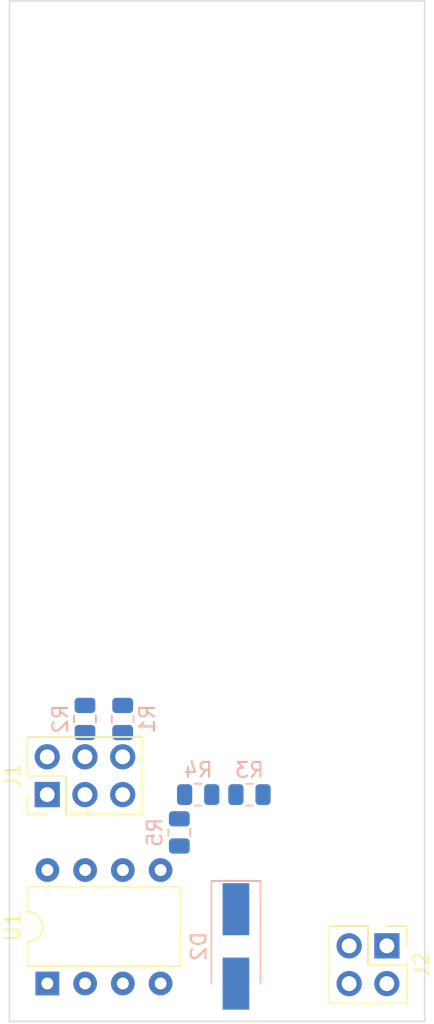
<source format=kicad_pcb>
(kicad_pcb (version 20211014) (generator pcbnew)
  (layers (0 "F.Cu" signal) (31 "B.Cu" signal) (34 "B.Paste" user) (35 "F.Paste" user) (36 "B.SilkS" user "B.Silkscreen") (37 "F.SilkS" user "F.Silkscreen") (38 "B.Mask" user) (39 "F.Mask" user) (44 "Edge.Cuts" user))
  (net 0 "")
  (net 1 "+5V")
  (net 2 "GND")
  (net 3 "Net-(R1-Pad2)")
  (net 4 "lvdt_input")
  (net 5 "esp_16_adc2_ch5_lvdt")
  (net 6 "esp_15_adc2_ch4_exc")
  (net 7 "esp_17_dac1")
  (net 8 "Net-(D2-Pad2)")
  (net 9 "Net-(R3-Pad2)")
  (footprint "Connector_PinHeader_2.54mm:PinHeader_2x03_P2.54mm_Vertical" (layer "F.Cu") (at 104.14 78.74 90)
    (fp_text reference "J1" (at 1.27 -2.33 90) (layer "F.SilkS"))
    (fp_text value "ESP_02x03_Female")
    (fp_line (start 3.87 -1.33) (end 3.87 6.41) (layer "F.SilkS") (width 0.12))
    (fp_line (start -1.33 6.41) (end 3.87 6.41) (layer "F.SilkS") (width 0.12))
    (fp_line (start 1.27 1.27) (end 1.27 -1.33) (layer "F.SilkS") (width 0.12))
    (fp_line (start -1.33 1.27) (end 1.27 1.27) (layer "F.SilkS") (width 0.12))
    (fp_line (start 1.27 -1.33) (end 3.87 -1.33) (layer "F.SilkS") (width 0.12))
    (fp_line (start -1.33 0) (end -1.33 -1.33) (layer "F.SilkS") (width 0.12))
    (fp_line (start -1.33 1.27) (end -1.33 6.41) (layer "F.SilkS") (width 0.12))
    (fp_line (start -1.33 -1.33) (end 0 -1.33) (layer "F.SilkS") (width 0.12))
    (pad "1" thru_hole rect (at 0 0 90) (size 1.7 1.7) (drill 1) (layers *.Cu *.Mask) (net 1 "+5V"))
    (pad "2" thru_hole oval (at 2.54 0 90) (size 1.7 1.7) (drill 1) (layers *.Cu *.Mask) (net 6 "esp_15_adc2_ch4_exc"))
    (pad "3" thru_hole oval (at 0 2.54 90) (size 1.7 1.7) (drill 1) (layers *.Cu *.Mask) (net 2 "GND"))
    (pad "4" thru_hole oval (at 2.54 2.54 90) (size 1.7 1.7) (drill 1) (layers *.Cu *.Mask) (net 2 "GND"))
    (pad "5" thru_hole oval (at 0 5.08 90) (size 1.7 1.7) (drill 1) (layers *.Cu *.Mask) (net 5 "esp_16_adc2_ch5_lvdt"))
    (pad "6" thru_hole oval (at 2.54 5.08 90) (size 1.7 1.7) (drill 1) (layers *.Cu *.Mask) (net 7 "esp_17_dac1"))
  )
  (footprint "Connector_PinHeader_2.54mm:PinHeader_2x02_P2.54mm_Vertical" (layer "F.Cu") (at 127 88.9 -90)
    (fp_text reference "J2" (at 1.27 -2.33 90) (layer "F.SilkS"))
    (fp_text value "LVDT_conn")
    (fp_line (start -1.33 -1.33) (end 0 -1.33) (layer "F.SilkS") (width 0.12))
    (fp_line (start 1.27 -1.33) (end 3.87 -1.33) (layer "F.SilkS") (width 0.12))
    (fp_line (start -1.33 1.27) (end -1.33 3.87) (layer "F.SilkS") (width 0.12))
    (fp_line (start 3.87 -1.33) (end 3.87 3.87) (layer "F.SilkS") (width 0.12))
    (fp_line (start -1.33 1.27) (end 1.27 1.27) (layer "F.SilkS") (width 0.12))
    (fp_line (start -1.33 3.87) (end 3.87 3.87) (layer "F.SilkS") (width 0.12))
    (fp_line (start -1.33 0) (end -1.33 -1.33) (layer "F.SilkS") (width 0.12))
    (fp_line (start 1.27 1.27) (end 1.27 -1.33) (layer "F.SilkS") (width 0.12))
    (pad "1" thru_hole rect (at 0 0 270) (size 1.7 1.7) (drill 1) (layers *.Cu *.Mask) (net 4 "lvdt_input"))
    (pad "2" thru_hole oval (at 2.54 0 270) (size 1.7 1.7) (drill 1) (layers *.Cu *.Mask) (net 2 "GND"))
    (pad "3" thru_hole oval (at 0 2.54 270) (size 1.7 1.7) (drill 1) (layers *.Cu *.Mask) (net 6 "esp_15_adc2_ch4_exc"))
    (pad "4" thru_hole oval (at 2.54 2.54 270) (size 1.7 1.7) (drill 1) (layers *.Cu *.Mask) (net 2 "GND"))
  )
  (footprint "Package_DIP:DIP-8_W7.62mm" (layer "F.Cu") (at 104.15 91.43 90)
    (fp_text reference "U1" (at 3.81 -2.33 90) (layer "F.SilkS"))
    (fp_text value "LM358")
    (fp_line (start 6.46 8.95) (end 6.46 -1.33) (layer "F.SilkS") (width 0.12))
    (fp_line (start 6.46 -1.33) (end 4.81 -1.33) (layer "F.SilkS") (width 0.12))
    (fp_line (start 1.16 8.95) (end 6.46 8.95) (layer "F.SilkS") (width 0.12))
    (fp_line (start 1.16 -1.33) (end 1.16 8.95) (layer "F.SilkS") (width 0.12))
    (fp_line (start 2.81 -1.33) (end 1.16 -1.33) (layer "F.SilkS") (width 0.12))
    (fp_arc (start 4.81 -1.33) (mid 3.81 -0.33) (end 2.81 -1.33) (layer "F.SilkS") (width 0.12))
    (pad "1" thru_hole rect (at 0 0 90) (size 1.6 1.6) (drill 0.8) (layers *.Cu *.Mask) (net 6 "esp_15_adc2_ch4_exc"))
    (pad "2" thru_hole oval (at 0 2.54 90) (size 1.6 1.6) (drill 0.8) (layers *.Cu *.Mask) (net 6 "esp_15_adc2_ch4_exc"))
    (pad "3" thru_hole oval (at 0 5.08 90) (size 1.6 1.6) (drill 0.8) (layers *.Cu *.Mask) (net 3 "Net-(R1-Pad2)"))
    (pad "4" thru_hole oval (at 0 7.62 90) (size 1.6 1.6) (drill 0.8) (layers *.Cu *.Mask) (net 2 "GND"))
    (pad "5" thru_hole oval (at 7.62 7.62 90) (size 1.6 1.6) (drill 0.8) (layers *.Cu *.Mask) (net 2 "GND"))
    (pad "6" thru_hole oval (at 7.62 5.08 90) (size 1.6 1.6) (drill 0.8) (layers *.Cu *.Mask) (net 9 "Net-(R3-Pad2)"))
    (pad "7" thru_hole oval (at 7.62 2.54 90) (size 1.6 1.6) (drill 0.8) (layers *.Cu *.Mask) (net 8 "Net-(D2-Pad2)"))
    (pad "8" thru_hole oval (at 7.62 0 90) (size 1.6 1.6) (drill 0.8) (layers *.Cu *.Mask) (net 1 "+5V"))
  )
  (footprint "Resistor_SMD:R_0805_2012Metric" (layer "B.Cu") (at 106.68 73.66 -90)
    (fp_text reference "R2" (at 0 1.65 90) (layer "B.SilkS") (effects (justify mirror)))
    (fp_text value "20k")
    (fp_line (start -0.227064 -0.735) (end 0.227064 -0.735) (layer "B.SilkS") (width 0.12))
    (fp_line (start -0.227064 0.735) (end 0.227064 0.735) (layer "B.SilkS") (width 0.12))
    (pad "1" smd roundrect (at -0.9125 0 270) (size 1.025 1.4) (layers "B.Cu" "B.Paste" "B.Mask") (roundrect_rratio 0.243902) (net 3 "Net-(R1-Pad2)"))
    (pad "2" smd roundrect (at 0.9125 0 270) (size 1.025 1.4) (layers "B.Cu" "B.Paste" "B.Mask") (roundrect_rratio 0.243902) (net 2 "GND"))
  )
  (footprint "Resistor_SMD:R_0805_2012Metric" (layer "B.Cu") (at 117.7525 78.74 180)
    (fp_text reference "R3" (at 0 1.65) (layer "B.SilkS") (effects (justify mirror)))
    (fp_text value "10k")
    (fp_line (start -0.227064 0.735) (end 0.227064 0.735) (layer "B.SilkS") (width 0.12))
    (fp_line (start -0.227064 -0.735) (end 0.227064 -0.735) (layer "B.SilkS") (width 0.12))
    (pad "1" smd roundrect (at -0.9125 0 180) (size 1.025 1.4) (layers "B.Cu" "B.Paste" "B.Mask") (roundrect_rratio 0.243902) (net 4 "lvdt_input"))
    (pad "2" smd roundrect (at 0.9125 0 180) (size 1.025 1.4) (layers "B.Cu" "B.Paste" "B.Mask") (roundrect_rratio 0.243902) (net 9 "Net-(R3-Pad2)"))
  )
  (footprint "Diode_SMD:D_SMA_Handsoldering" (layer "B.Cu") (at 116.84 88.94 -90)
    (fp_text reference "D2" (at 0 2.5 90) (layer "B.SilkS") (effects (justify mirror)))
    (fp_text value "PMEG1030EJ")
    (fp_line (start -4.4 -1.65) (end 2.5 -1.65) (layer "B.SilkS") (width 0.12))
    (fp_line (start -4.4 1.65) (end 2.5 1.65) (layer "B.SilkS") (width 0.12))
    (fp_line (start -4.4 1.65) (end -4.4 -1.65) (layer "B.SilkS") (width 0.12))
    (pad "1" smd rect (at -2.5 0 270) (size 3.5 1.8) (layers "B.Cu" "B.Paste" "B.Mask") (net 5 "esp_16_adc2_ch5_lvdt"))
    (pad "2" smd rect (at 2.5 0 270) (size 3.5 1.8) (layers "B.Cu" "B.Paste" "B.Mask") (net 8 "Net-(D2-Pad2)"))
  )
  (footprint "Resistor_SMD:R_0805_2012Metric" (layer "B.Cu") (at 113.03 81.28 -90)
    (fp_text reference "R5" (at 0 1.65 90) (layer "B.SilkS") (effects (justify mirror)))
    (fp_text value "1k")
    (fp_line (start -0.227064 0.735) (end 0.227064 0.735) (layer "B.SilkS") (width 0.12))
    (fp_line (start -0.227064 -0.735) (end 0.227064 -0.735) (layer "B.SilkS") (width 0.12))
    (pad "1" smd roundrect (at -0.9125 0 270) (size 1.025 1.4) (layers "B.Cu" "B.Paste" "B.Mask") (roundrect_rratio 0.243902) (net 5 "esp_16_adc2_ch5_lvdt"))
    (pad "2" smd roundrect (at 0.9125 0 270) (size 1.025 1.4) (layers "B.Cu" "B.Paste" "B.Mask") (roundrect_rratio 0.243902) (net 2 "GND"))
  )
  (footprint "Resistor_SMD:R_0805_2012Metric" (layer "B.Cu") (at 109.22 73.66 90)
    (fp_text reference "R1" (at 0 1.65 90) (layer "B.SilkS") (effects (justify mirror)))
    (fp_text value "10k")
    (fp_line (start -0.227064 0.735) (end 0.227064 0.735) (layer "B.SilkS") (width 0.12))
    (fp_line (start -0.227064 -0.735) (end 0.227064 -0.735) (layer "B.SilkS") (width 0.12))
    (pad "1" smd roundrect (at -0.9125 0 90) (size 1.025 1.4) (layers "B.Cu" "B.Paste" "B.Mask") (roundrect_rratio 0.243902) (net 7 "esp_17_dac1"))
    (pad "2" smd roundrect (at 0.9125 0 90) (size 1.025 1.4) (layers "B.Cu" "B.Paste" "B.Mask") (roundrect_rratio 0.243902) (net 3 "Net-(R1-Pad2)"))
  )
  (footprint "Resistor_SMD:R_0805_2012Metric" (layer "B.Cu") (at 114.3 78.74 180)
    (fp_text reference "R4" (at 0 1.65) (layer "B.SilkS") (effects (justify mirror)))
    (fp_text value "33k")
    (fp_line (start -0.227064 -0.735) (end 0.227064 -0.735) (layer "B.SilkS") (width 0.12))
    (fp_line (start -0.227064 0.735) (end 0.227064 0.735) (layer "B.SilkS") (width 0.12))
    (pad "1" smd roundrect (at -0.9125 0 180) (size 1.025 1.4) (layers "B.Cu" "B.Paste" "B.Mask") (roundrect_rratio 0.243902) (net 9 "Net-(R3-Pad2)"))
    (pad "2" smd roundrect (at 0.9125 0 180) (size 1.025 1.4) (layers "B.Cu" "B.Paste" "B.Mask") (roundrect_rratio 0.243902) (net 5 "esp_16_adc2_ch5_lvdt"))
  )
  (gr_rect (start 101.6 25.4) (end 129.54 93.98) (layer "Edge.Cuts") (width 0.1) (fill none))
)
</source>
